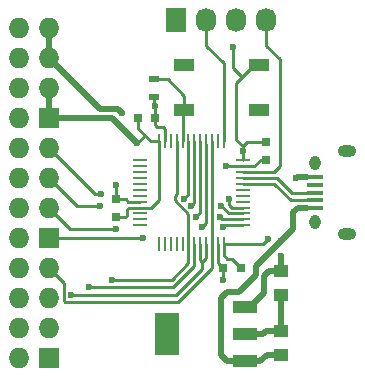
<source format=gbr>
G04 #@! TF.FileFunction,Copper,L1,Top,Signal*
%FSLAX46Y46*%
G04 Gerber Fmt 4.6, Leading zero omitted, Abs format (unit mm)*
G04 Created by KiCad (PCBNEW 4.0.6) date Tue Apr 25 22:47:00 2017*
%MOMM*%
%LPD*%
G01*
G04 APERTURE LIST*
%ADD10C,0.100000*%
%ADD11R,1.250000X1.000000*%
%ADD12R,0.750000X0.800000*%
%ADD13R,0.800000X0.750000*%
%ADD14R,1.350000X0.400000*%
%ADD15O,0.950000X1.250000*%
%ADD16O,1.550000X1.000000*%
%ADD17R,1.727200X2.032000*%
%ADD18O,1.727200X2.032000*%
%ADD19R,1.727200X1.727200*%
%ADD20O,1.727200X1.727200*%
%ADD21R,0.900000X0.500000*%
%ADD22R,1.700000X1.000000*%
%ADD23R,2.032000X3.657600*%
%ADD24R,2.032000X1.016000*%
%ADD25R,1.300000X0.250000*%
%ADD26R,0.250000X1.300000*%
%ADD27C,0.600000*%
%ADD28C,0.500000*%
%ADD29C,0.250000*%
G04 APERTURE END LIST*
D10*
D11*
X177165000Y-101330000D03*
X177165000Y-99330000D03*
X177165000Y-94250000D03*
X177165000Y-96250000D03*
D12*
X163195000Y-89650000D03*
X163195000Y-88150000D03*
D13*
X164985000Y-81280000D03*
X166485000Y-81280000D03*
X173724000Y-93980000D03*
X172224000Y-93980000D03*
D12*
X175895000Y-83324000D03*
X175895000Y-84824000D03*
D14*
X180047460Y-88930900D03*
X180047460Y-88280900D03*
X180047460Y-87630900D03*
X180047460Y-86980900D03*
X180047460Y-86330900D03*
D15*
X180047460Y-90130900D03*
X180047460Y-85130900D03*
D16*
X182747460Y-91130900D03*
X182747460Y-84130900D03*
D17*
X168275000Y-73025000D03*
D18*
X170815000Y-73025000D03*
X173355000Y-73025000D03*
X175895000Y-73025000D03*
D19*
X157480000Y-101600000D03*
D20*
X154940000Y-101600000D03*
X157480000Y-99060000D03*
X154940000Y-99060000D03*
X157480000Y-96520000D03*
X154940000Y-96520000D03*
X157480000Y-93980000D03*
X154940000Y-93980000D03*
D19*
X157480000Y-91440000D03*
D20*
X154940000Y-91440000D03*
X157480000Y-88900000D03*
X154940000Y-88900000D03*
X157480000Y-86360000D03*
X154940000Y-86360000D03*
X157480000Y-83820000D03*
X154940000Y-83820000D03*
D19*
X157480000Y-81280000D03*
D20*
X154940000Y-81280000D03*
X157480000Y-78740000D03*
X154940000Y-78740000D03*
X157480000Y-76200000D03*
X154940000Y-76200000D03*
X157480000Y-73660000D03*
X154940000Y-73660000D03*
D21*
X166370000Y-77990000D03*
X166370000Y-79490000D03*
D22*
X175235000Y-80640000D03*
X168935000Y-80640000D03*
X175235000Y-76840000D03*
X168935000Y-76840000D03*
D23*
X167513000Y-99568000D03*
D24*
X174117000Y-99568000D03*
X174117000Y-97282000D03*
X174117000Y-101854000D03*
D25*
X165195000Y-84880000D03*
X165195000Y-85380000D03*
X165195000Y-85880000D03*
X165195000Y-86380000D03*
X165195000Y-86880000D03*
X165195000Y-87380000D03*
X165195000Y-87880000D03*
X165195000Y-88380000D03*
X165195000Y-88880000D03*
X165195000Y-89380000D03*
X165195000Y-89880000D03*
X165195000Y-90380000D03*
D26*
X166795000Y-91980000D03*
X167295000Y-91980000D03*
X167795000Y-91980000D03*
X168295000Y-91980000D03*
X168795000Y-91980000D03*
X169295000Y-91980000D03*
X169795000Y-91980000D03*
X170295000Y-91980000D03*
X170795000Y-91980000D03*
X171295000Y-91980000D03*
X171795000Y-91980000D03*
X172295000Y-91980000D03*
D25*
X173895000Y-90380000D03*
X173895000Y-89880000D03*
X173895000Y-89380000D03*
X173895000Y-88880000D03*
X173895000Y-88380000D03*
X173895000Y-87880000D03*
X173895000Y-87380000D03*
X173895000Y-86880000D03*
X173895000Y-86380000D03*
X173895000Y-85880000D03*
X173895000Y-85380000D03*
X173895000Y-84880000D03*
D26*
X172295000Y-83280000D03*
X171795000Y-83280000D03*
X171295000Y-83280000D03*
X170795000Y-83280000D03*
X170295000Y-83280000D03*
X169795000Y-83280000D03*
X169295000Y-83280000D03*
X168795000Y-83280000D03*
X168295000Y-83280000D03*
X167795000Y-83280000D03*
X167295000Y-83280000D03*
X166795000Y-83280000D03*
D27*
X177165000Y-91694000D03*
X163703000Y-80899000D03*
X163195000Y-86995000D03*
X166497000Y-80264000D03*
X178435000Y-86360000D03*
X172466000Y-85344000D03*
X177165000Y-97790000D03*
X172212000Y-94996000D03*
X173101000Y-75311000D03*
X177165000Y-92964000D03*
X176022000Y-91567000D03*
X164973000Y-83439000D03*
X173895000Y-84074000D03*
X162814000Y-94996000D03*
X160909000Y-95631000D03*
X159385000Y-96266000D03*
X165481000Y-91440000D03*
X170434000Y-90551000D03*
X172212000Y-90551000D03*
X163195000Y-90678000D03*
X169926000Y-89662000D03*
X171958000Y-89662000D03*
X161798000Y-88773000D03*
X169545000Y-88773000D03*
X172085000Y-88773000D03*
X161925000Y-87757000D03*
X168910000Y-88138000D03*
X172720000Y-88138000D03*
D28*
X157480000Y-76200000D02*
X157480000Y-73660000D01*
X157480000Y-76200000D02*
X161798000Y-80518000D01*
X163322000Y-80518000D02*
X161798000Y-80518000D01*
X163703000Y-80899000D02*
X163322000Y-80518000D01*
X174117000Y-101854000D02*
X175387000Y-101854000D01*
X175911000Y-101330000D02*
X177165000Y-101330000D01*
X175387000Y-101854000D02*
X175911000Y-101330000D01*
X179354900Y-88930900D02*
X178531100Y-88930900D01*
X172593000Y-101854000D02*
X174117000Y-101854000D01*
X172085000Y-101346000D02*
X172593000Y-101854000D01*
X172085000Y-96520000D02*
X172085000Y-101346000D01*
X172593000Y-96012000D02*
X172085000Y-96520000D01*
X173609000Y-96012000D02*
X172593000Y-96012000D01*
X175006000Y-94615000D02*
X173609000Y-96012000D01*
X175006000Y-93853000D02*
X175006000Y-94615000D01*
X178181000Y-90678000D02*
X177165000Y-91694000D01*
X177165000Y-91694000D02*
X175006000Y-93853000D01*
X178181000Y-89281000D02*
X178181000Y-90678000D01*
X178531100Y-88930900D02*
X178181000Y-89281000D01*
D29*
X180047460Y-88930900D02*
X179354900Y-88930900D01*
X179354900Y-88930900D02*
X179324000Y-88900000D01*
X163195000Y-88150000D02*
X163195000Y-86995000D01*
X166497000Y-81268000D02*
X166497000Y-80264000D01*
X166370000Y-80137000D02*
X166497000Y-80264000D01*
X166370000Y-80137000D02*
X166370000Y-79490000D01*
X166497000Y-81268000D02*
X166485000Y-81280000D01*
D28*
X179353100Y-86330900D02*
X178464100Y-86330900D01*
D29*
X180047460Y-86330900D02*
X179353100Y-86330900D01*
D28*
X178464100Y-86330900D02*
X178435000Y-86360000D01*
D29*
X173895000Y-85380000D02*
X172502000Y-85380000D01*
X172502000Y-85380000D02*
X172466000Y-85344000D01*
D28*
X177165000Y-96250000D02*
X177165000Y-97790000D01*
X177165000Y-97790000D02*
X177165000Y-99330000D01*
X174117000Y-99568000D02*
X175641000Y-99568000D01*
X175879000Y-99330000D02*
X177165000Y-99330000D01*
X175641000Y-99568000D02*
X175879000Y-99330000D01*
D29*
X172224000Y-93980000D02*
X172224000Y-94984000D01*
X172224000Y-94984000D02*
X172212000Y-94996000D01*
X171795000Y-91980000D02*
X171795000Y-93551000D01*
X171795000Y-93551000D02*
X172224000Y-93980000D01*
X173895000Y-85380000D02*
X174843000Y-85380000D01*
X175399000Y-84824000D02*
X175895000Y-84824000D01*
X174843000Y-85380000D02*
X175399000Y-84824000D01*
X165195000Y-88380000D02*
X164199000Y-88380000D01*
X163969000Y-88150000D02*
X163195000Y-88150000D01*
X164199000Y-88380000D02*
X163969000Y-88150000D01*
X167295000Y-83280000D02*
X167295000Y-82205000D01*
X166485000Y-81903000D02*
X166485000Y-81280000D01*
X166624000Y-82042000D02*
X166485000Y-81903000D01*
X167132000Y-82042000D02*
X166624000Y-82042000D01*
X167295000Y-82205000D02*
X167132000Y-82042000D01*
X173863000Y-77851000D02*
X173101000Y-77089000D01*
X173101000Y-77089000D02*
X173101000Y-75311000D01*
X165195000Y-88880000D02*
X166136000Y-88880000D01*
X166795000Y-88221000D02*
X166795000Y-83280000D01*
X166136000Y-88880000D02*
X166795000Y-88221000D01*
X165608000Y-82804000D02*
X164973000Y-83439000D01*
X173895000Y-83693000D02*
X173355000Y-83153000D01*
X173355000Y-78359000D02*
X173863000Y-77851000D01*
X173863000Y-77851000D02*
X174874000Y-76840000D01*
X173355000Y-83153000D02*
X173355000Y-78359000D01*
X174874000Y-76840000D02*
X175235000Y-76840000D01*
D28*
X177165000Y-92964000D02*
X177165000Y-94250000D01*
D29*
X172295000Y-91980000D02*
X175609000Y-91980000D01*
X175609000Y-91980000D02*
X176022000Y-91567000D01*
D28*
X157480000Y-78740000D02*
X157480000Y-81280000D01*
X164973000Y-83439000D02*
X162814000Y-81280000D01*
X162814000Y-81280000D02*
X157480000Y-81280000D01*
D29*
X172295000Y-91980000D02*
X172295000Y-92920000D01*
X172962000Y-93218000D02*
X173724000Y-93980000D01*
X172593000Y-93218000D02*
X172962000Y-93218000D01*
X172295000Y-92920000D02*
X172593000Y-93218000D01*
X172295000Y-91980000D02*
X172295000Y-92551000D01*
D28*
X174117000Y-97282000D02*
X174498000Y-97282000D01*
X174498000Y-97282000D02*
X175706002Y-96073998D01*
X176133000Y-94250000D02*
X177165000Y-94250000D01*
X175706002Y-94676998D02*
X176133000Y-94250000D01*
X175706002Y-96073998D02*
X175706002Y-94676998D01*
D29*
X173895000Y-84880000D02*
X173895000Y-84074000D01*
X173895000Y-84074000D02*
X173895000Y-83693000D01*
X173895000Y-83693000D02*
X173895000Y-83661000D01*
X173895000Y-83661000D02*
X174232000Y-83324000D01*
X174232000Y-83324000D02*
X175895000Y-83324000D01*
X163195000Y-89650000D02*
X163969000Y-89650000D01*
X164231000Y-88880000D02*
X165195000Y-88880000D01*
X164084000Y-89027000D02*
X164231000Y-88880000D01*
X164084000Y-89535000D02*
X164084000Y-89027000D01*
X163969000Y-89650000D02*
X164084000Y-89535000D01*
X166795000Y-83280000D02*
X166084000Y-83280000D01*
X166084000Y-83280000D02*
X165608000Y-82804000D01*
X164985000Y-82181000D02*
X164985000Y-81280000D01*
X165608000Y-82804000D02*
X164985000Y-82181000D01*
X173895000Y-86880000D02*
X176542000Y-86880000D01*
X177942900Y-88280900D02*
X180047460Y-88280900D01*
X176542000Y-86880000D02*
X177942900Y-88280900D01*
X173895000Y-86380000D02*
X176804000Y-86380000D01*
X178054900Y-87630900D02*
X180047460Y-87630900D01*
X176804000Y-86380000D02*
X178054900Y-87630900D01*
X172295000Y-83280000D02*
X172295000Y-76664000D01*
X170815000Y-75184000D02*
X170815000Y-73025000D01*
X172295000Y-76664000D02*
X170815000Y-75184000D01*
X173895000Y-85880000D02*
X176502000Y-85880000D01*
X175895000Y-75184000D02*
X175895000Y-73025000D01*
X177038000Y-76327000D02*
X175895000Y-75184000D01*
X177038000Y-85344000D02*
X177038000Y-76327000D01*
X176502000Y-85880000D02*
X177038000Y-85344000D01*
X168295000Y-83280000D02*
X168295000Y-87737000D01*
X169295000Y-89412000D02*
X169295000Y-91980000D01*
X168148000Y-88265000D02*
X169295000Y-89412000D01*
X168148000Y-87884000D02*
X168148000Y-88265000D01*
X168295000Y-87737000D02*
X168148000Y-87884000D01*
X169295000Y-93595000D02*
X167894000Y-94996000D01*
X167894000Y-94996000D02*
X162814000Y-94996000D01*
X169295000Y-91980000D02*
X169295000Y-93595000D01*
X160909000Y-95631000D02*
X168021000Y-95631000D01*
X169795000Y-93857000D02*
X169795000Y-91980000D01*
X168021000Y-95631000D02*
X169795000Y-93857000D01*
X170434000Y-93472000D02*
X170434000Y-94107000D01*
X159385000Y-96266000D02*
X168275000Y-96266000D01*
X168275000Y-96266000D02*
X170295000Y-94246000D01*
X170434000Y-94107000D02*
X170295000Y-94246000D01*
X170795000Y-91980000D02*
X170795000Y-93111000D01*
X170295000Y-93333000D02*
X170434000Y-93472000D01*
X170295000Y-93333000D02*
X170295000Y-91980000D01*
X170795000Y-93111000D02*
X170434000Y-93472000D01*
X171295000Y-91980000D02*
X171295000Y-83280000D01*
X171295000Y-91980000D02*
X171295000Y-94008000D01*
X158750000Y-95250000D02*
X158750000Y-96774000D01*
X158750000Y-96774000D02*
X158877000Y-96901000D01*
X158877000Y-96901000D02*
X168402000Y-96901000D01*
X168402000Y-96901000D02*
X170307000Y-94996000D01*
X158750000Y-95250000D02*
X157480000Y-93980000D01*
X171295000Y-94008000D02*
X170307000Y-94996000D01*
X165481000Y-91440000D02*
X157480000Y-91440000D01*
X172212000Y-90551000D02*
X172383000Y-90380000D01*
X173895000Y-90380000D02*
X172383000Y-90380000D01*
X170795000Y-90190000D02*
X170795000Y-90150000D01*
X170434000Y-90551000D02*
X170795000Y-90190000D01*
X170795000Y-83514000D02*
X170795000Y-90170000D01*
X159258000Y-90678000D02*
X157480000Y-88900000D01*
X163195000Y-90678000D02*
X159258000Y-90678000D01*
X170295000Y-83280000D02*
X170295000Y-89293000D01*
X170295000Y-89293000D02*
X169926000Y-89662000D01*
X172176000Y-89880000D02*
X171958000Y-89662000D01*
X172176000Y-89880000D02*
X173895000Y-89880000D01*
X159893000Y-88773000D02*
X157480000Y-86360000D01*
X161798000Y-88773000D02*
X159893000Y-88773000D01*
X169795000Y-88523000D02*
X169545000Y-88773000D01*
X169795000Y-83280000D02*
X169795000Y-88523000D01*
X172692000Y-89380000D02*
X172085000Y-88773000D01*
X172692000Y-89380000D02*
X173895000Y-89380000D01*
X161417000Y-87757000D02*
X157480000Y-83820000D01*
X161925000Y-87757000D02*
X161417000Y-87757000D01*
X169295000Y-87753000D02*
X168910000Y-88138000D01*
X169295000Y-83280000D02*
X169295000Y-87753000D01*
X172954000Y-88880000D02*
X172720000Y-88646000D01*
X172720000Y-88646000D02*
X172720000Y-88138000D01*
X172954000Y-88880000D02*
X173895000Y-88880000D01*
X166370000Y-77990000D02*
X167525000Y-77990000D01*
X168935000Y-79400000D02*
X168935000Y-80640000D01*
X167525000Y-77990000D02*
X168935000Y-79400000D01*
X168795000Y-83280000D02*
X168795000Y-80780000D01*
X168795000Y-80780000D02*
X168935000Y-80640000D01*
M02*

</source>
